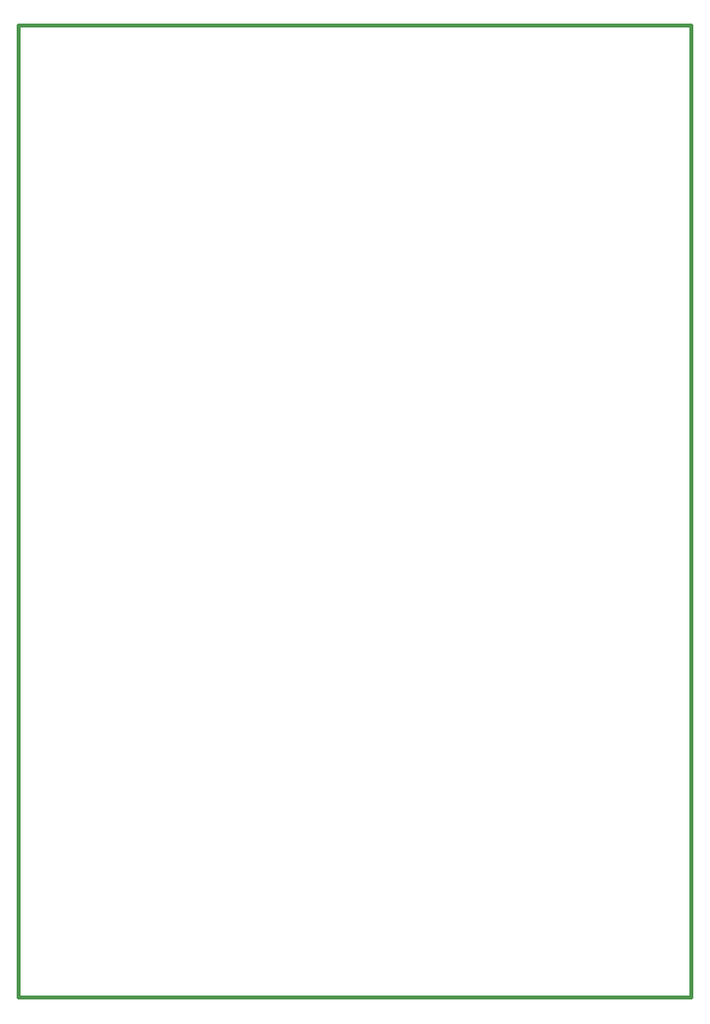
<source format=gko>
G75*
%MOIN*%
%OFA0B0*%
%FSLAX25Y25*%
%IPPOS*%
%LPD*%
%AMOC8*
5,1,8,0,0,1.08239X$1,22.5*
%
%ADD10C,0.01200*%
D10*
X0016593Y0015300D02*
X0016593Y0345261D01*
X0245294Y0345261D01*
X0245294Y0015300D01*
X0016593Y0015300D01*
M02*

</source>
